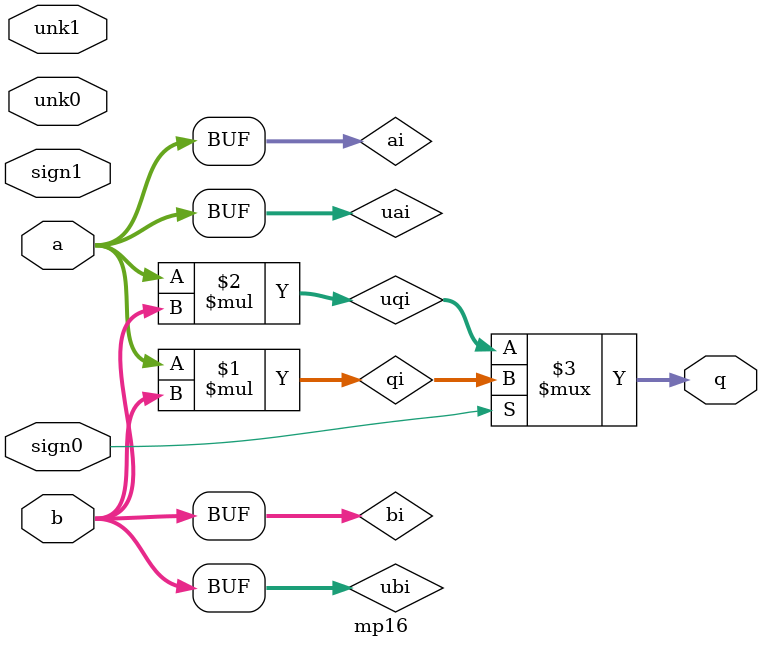
<source format=v>

module mp16
(
	output	[31:0]	q,
	input		[15:0]	a,
	input		[15:0]	b,
	input		sign0,
	input		sign1,
	input		unk0,
	input		unk1
);

wire signed [15:0] ai;
wire signed [15:0] bi;
wire signed [31:0] qi;

wire [15:0] uai;
wire [15:0] ubi;
wire [31:0] uqi;

assign ai[15:0] = {a[15], a[14], a[13], a[12], a[11], a[10], 
	a[9], a[8], a[7], a[6], a[5], a[4], a[3], a[2], a[1], a[0]};
assign bi[15:0] = {b[15], b[14], b[13], b[12], b[11], b[10],
	b[9], b[8], b[7], b[6], b[5], b[4], b[3], b[2], b[1], b[0]};

assign qi = ai * bi;

assign uai[15:0] = {a[15], a[14], a[13], a[12], a[11], a[10], 
	a[9], a[8], a[7], a[6], a[5], a[4], a[3], a[2], a[1], a[0]};
assign ubi[15:0] = {b[15], b[14], b[13], b[12], b[11], b[10],
	b[9], b[8], b[7], b[6], b[5], b[4], b[3], b[2], b[1], b[0]};

assign uqi = uai * ubi;

assign q[31:0] = (sign0) ? qi[31:0]	: uqi[31:0];

endmodule

</source>
